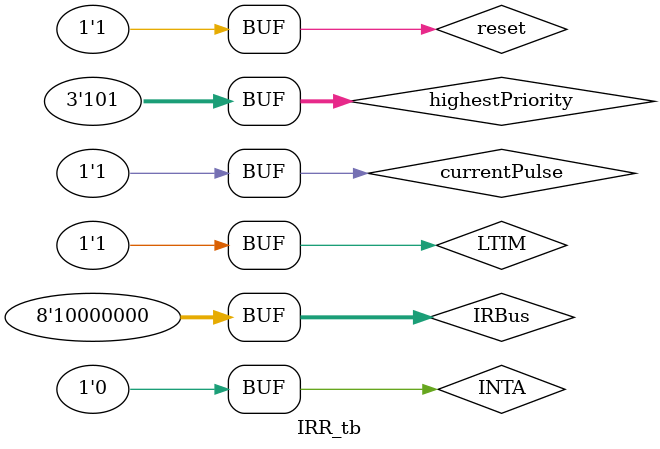
<source format=v>
module IRR (
    input reset, // Resets signal to initial state
    input LTIM, // For determining whether it will be edge or level triggered
    input [7:0] IRBus, // Vectorized input for interrupt signals
    input [2:0] highestPriority,      // Input priority signal
    input INTA,                       // Input active low signal
    input currentPulse,               // Input signal indicating current pulse
    output reg [7:0] irr // Interrupt request register
);

    // Edge-triggered
    // only update the bit that had the edge
    genvar i;
    generate
        for (i = 0; i < 8; i = i + 1) begin
            always @(posedge IRBus[i]) begin
                if (!LTIM) begin
                    irr[i] <= IRBus[i];
                end
            end
        end
    endgenerate

    // Level-triggered
    always @(IRBus) begin
        if (LTIM) begin
            // If level-triggered, update the irr register with IRBus
            irr <= IRBus;
        end
    end

    always @(reset) begin
        if (reset) begin
            irr <= 8'b00000000;
        end
    end

    // reset irr when INTA is high -> low on the second pulse
    always @(posedge INTA) begin
        if (currentPulse === 0 && ~LTIM) begin
            irr[highestPriority] <= 1'b0;
        end
    end
endmodule

// test both edge and level triggered
module IRR_tb;
    reg LTIM;
    reg [7:0] IRBus;
    reg reset;
    reg [2:0] highestPriority;
    reg INTA;
    reg currentPulse;
    wire [7:0] irr;
    wire interruptExists;

    // Instantiate the IRR module
    IRR dut (
        .LTIM(LTIM),
        .IRBus(IRBus),
        .irr(irr),
        .highestPriority(highestPriority),
        .INTA(INTA),
        .currentPulse(currentPulse),
        .interruptExists(interruptExists),
        .reset(reset)
    );

    // Stimulus and test cases
    initial begin
        reset = 0;
        INTA = 1;
        currentPulse = 1;
        highestPriority = 3'b101;
        #1
        reset = 1;
        #1
        // Edge-triggered
        LTIM = 0;
        IRBus = 8'b00000001;
        #10
        IRBus = 8'b00000010;
        #10
        IRBus = 8'b00000100;
        #10
        IRBus = 8'b00001000;
        #10
        IRBus = 8'b00010000;
        #10
        IRBus = 8'b00100000;
        #5
        INTA = 0;
        #10
        IRBus = 8'b11000001;
        #10

        // Level-triggered
        LTIM = 1;
        IRBus = 8'b00000001;
        #10
        IRBus = 8'b00000010;
        #10
        IRBus = 8'b00000100;
        #10
        IRBus = 8'b00001000;
        #10
        IRBus = 8'b00010000;
        #10
        IRBus = 8'b00100000;
        #10
        IRBus = 8'b01000000;
        #10
        IRBus = 8'b10000000;
    end
endmodule
</source>
